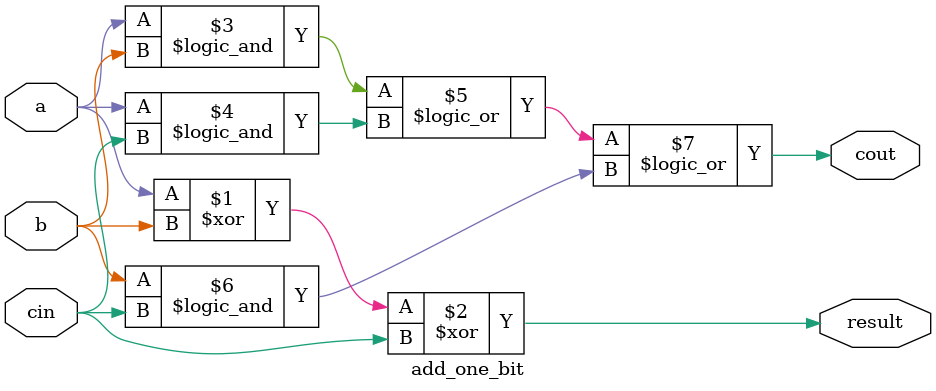
<source format=sv>
module add_one_bit(
	input a,
	input b,
	input cin,
	output cout,
	output result
 );
 
	assign result = a ^ b ^ cin;
	assign cout = (a && b) || (a && cin) || ( b && cin);
	endmodule
	
</source>
